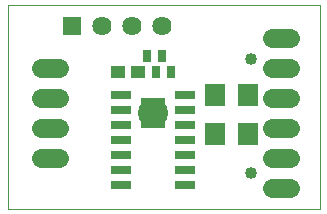
<source format=gts>
G75*
%MOIN*%
%OFA0B0*%
%FSLAX24Y24*%
%IPPOS*%
%LPD*%
%AMOC8*
5,1,8,0,0,1.08239X$1,22.5*
%
%ADD10C,0.0000*%
%ADD11R,0.0800X0.1000*%
%ADD12R,0.0670X0.0276*%
%ADD13C,0.0640*%
%ADD14R,0.0670X0.0749*%
%ADD15R,0.0473X0.0434*%
%ADD16R,0.0316X0.0394*%
%ADD17R,0.0640X0.0640*%
%ADD18C,0.0640*%
%ADD19C,0.0400*%
%ADD20C,0.1000*%
D10*
X000150Y000200D02*
X010550Y000200D01*
X010550Y007000D01*
X000150Y007000D01*
X000150Y000200D01*
D11*
X005000Y003400D03*
D12*
X003937Y003500D03*
X003937Y003000D03*
X003937Y002500D03*
X003937Y002000D03*
X003937Y001500D03*
X003937Y001000D03*
X006063Y001000D03*
X006063Y001500D03*
X006063Y002000D03*
X006063Y002500D03*
X006063Y003000D03*
X006063Y003500D03*
X006063Y004000D03*
X003937Y004000D03*
D13*
X001850Y003900D02*
X001250Y003900D01*
X001250Y002900D02*
X001850Y002900D01*
X001850Y001900D02*
X001250Y001900D01*
X001250Y004900D02*
X001850Y004900D01*
X008950Y004900D02*
X009550Y004900D01*
X009550Y003900D02*
X008950Y003900D01*
X008950Y002900D02*
X009550Y002900D01*
X009550Y001900D02*
X008950Y001900D01*
X008950Y000900D02*
X009550Y000900D01*
X009550Y005900D02*
X008950Y005900D01*
D14*
X008151Y004000D03*
X007049Y004000D03*
X007049Y002700D03*
X008151Y002700D03*
D15*
X004485Y004750D03*
X003815Y004750D03*
D16*
X004794Y005300D03*
X005306Y005300D03*
X005094Y004750D03*
X005606Y004750D03*
D17*
X002300Y006300D03*
D18*
X003300Y006300D03*
X004300Y006300D03*
X005300Y006300D03*
D19*
X008250Y005200D03*
X008250Y001400D03*
D20*
X005000Y003400D03*
M02*

</source>
